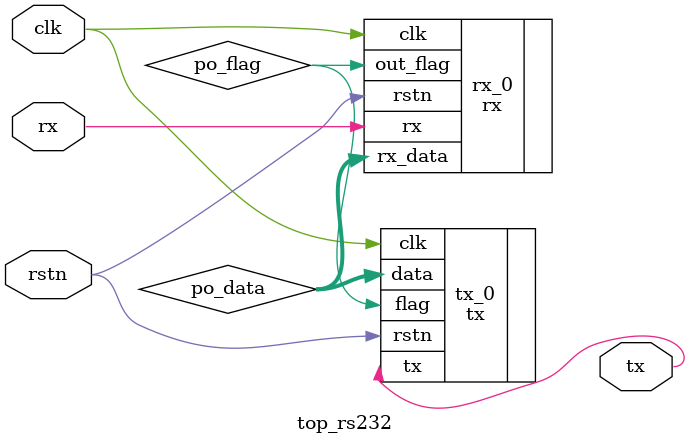
<source format=v>
module top_rs232(
    input       wire        clk,
    input       wire        rstn,
    input       wire        rx,

    output      wire        tx
);

wire    [7:0]   po_data;
wire            po_flag;

rx
#(   .MAX_CNT(5208)) 
rx_0
(
        .clk(clk),
        .rstn(rstn),
        .rx(rx),

        .rx_data(po_data),
        .out_flag(po_flag)
);

tx
#(  .MAX_CNT(5208))
tx_0
(
    .clk(clk),
    .rstn(rstn),
    .data(po_data),
    .flag(po_flag),
	.tx(tx)
);

endmodule
</source>
